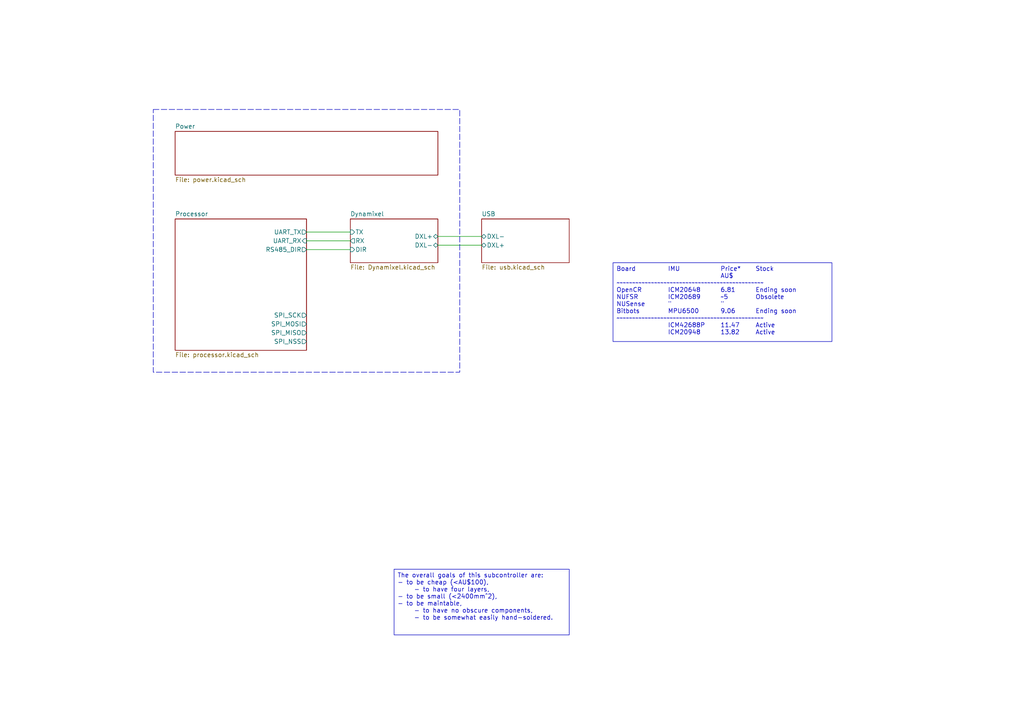
<source format=kicad_sch>
(kicad_sch
	(version 20231120)
	(generator "eeschema")
	(generator_version "8.0")
	(uuid "c7c37bf4-2dcb-42f2-a755-bd6f509fc7b2")
	(paper "A4")
	(lib_symbols)
	(wire
		(pts
			(xy 127 68.58) (xy 139.7 68.58)
		)
		(stroke
			(width 0)
			(type default)
		)
		(uuid "12ac14e2-de76-4123-853b-b7f40c0a2b02")
	)
	(wire
		(pts
			(xy 88.9 72.39) (xy 101.6 72.39)
		)
		(stroke
			(width 0)
			(type default)
		)
		(uuid "5cbf077f-8b00-4b6a-9249-10d653b430e3")
	)
	(wire
		(pts
			(xy 127 71.12) (xy 139.7 71.12)
		)
		(stroke
			(width 0)
			(type default)
		)
		(uuid "938ab45b-835d-479f-a983-f58b96f42219")
	)
	(wire
		(pts
			(xy 88.9 67.31) (xy 101.6 67.31)
		)
		(stroke
			(width 0)
			(type default)
		)
		(uuid "ab240d27-a5ef-42e8-93e7-bc4c3a1229a2")
	)
	(wire
		(pts
			(xy 88.9 69.85) (xy 101.6 69.85)
		)
		(stroke
			(width 0)
			(type default)
		)
		(uuid "d9c48faa-1e0e-4d3f-bb31-23f1c26f250d")
	)
	(rectangle
		(start 44.45 31.75)
		(end 133.35 107.95)
		(stroke
			(width 0)
			(type dash)
		)
		(fill
			(type none)
		)
		(uuid 333b22a6-b9fa-431c-8207-6022cacce5a7)
	)
	(text_box "Board		IMU			Price*	Stock\n						AU$	\n~~~~~~~~~~~~~~~~~~~~~~~~~~~~~~~~~~~~~~~~~~~~~~~\nOpenCR		ICM20648	6.81	Ending soon\nNUFSR		ICM20689	~5		Obsolete\nNUSense		\"			\"\nBitbots		MPU6500		9.06	Ending soon\n~~~~~~~~~~~~~~~~~~~~~~~~~~~~~~~~~~~~~~~~~~~~~~~\n			ICM42688P	11.47	Active\n			ICM20948	13.82	Active"
		(exclude_from_sim no)
		(at 177.8 76.2 0)
		(size 63.5 22.86)
		(stroke
			(width 0)
			(type default)
		)
		(fill
			(type none)
		)
		(effects
			(font
				(size 1.27 1.27)
			)
			(justify left top)
		)
		(uuid "21fb9a15-fa4c-4e73-9221-758f4ecefa94")
	)
	(text_box "The overall goals of this subcontroller are:\n- to be cheap (<AU$100),\n	- to have four layers,\n- to be small (<2400mm^2),\n- to be maintable,\n	- to have no obscure components,\n	- to be somewhat easily hand-soldered.\n"
		(exclude_from_sim no)
		(at 114.3 165.1 0)
		(size 50.8 19.05)
		(stroke
			(width 0)
			(type default)
		)
		(fill
			(type none)
		)
		(effects
			(font
				(size 1.27 1.27)
			)
			(justify left top)
		)
		(uuid "522a4486-5b94-423e-bfd6-7d396fcd5782")
	)
	(sheet
		(at 101.6 63.5)
		(size 25.4 12.7)
		(fields_autoplaced yes)
		(stroke
			(width 0.1524)
			(type solid)
		)
		(fill
			(color 0 0 0 0.0000)
		)
		(uuid "08de25ca-98b7-4675-bd85-d459b8b2b276")
		(property "Sheetname" "Dynamixel"
			(at 101.6 62.7884 0)
			(effects
				(font
					(size 1.27 1.27)
				)
				(justify left bottom)
			)
		)
		(property "Sheetfile" "Dynamixel.kicad_sch"
			(at 101.6 76.7846 0)
			(effects
				(font
					(size 1.27 1.27)
				)
				(justify left top)
			)
		)
		(pin "DIR" input
			(at 101.6 72.39 180)
			(effects
				(font
					(size 1.27 1.27)
				)
				(justify left)
			)
			(uuid "3f7d8e30-7600-4ec8-8297-94f0f326faae")
		)
		(pin "RX" output
			(at 101.6 69.85 180)
			(effects
				(font
					(size 1.27 1.27)
				)
				(justify left)
			)
			(uuid "e9e4c96c-0e8d-40f8-817e-c6d91f72a2fd")
		)
		(pin "TX" input
			(at 101.6 67.31 180)
			(effects
				(font
					(size 1.27 1.27)
				)
				(justify left)
			)
			(uuid "e2b5b78b-fe52-4a3e-99f8-0dc718d72217")
		)
		(pin "DXL+" tri_state
			(at 127 68.58 0)
			(effects
				(font
					(size 1.27 1.27)
				)
				(justify right)
			)
			(uuid "9acd9a11-eda4-466f-a412-279a20442778")
		)
		(pin "DXL-" tri_state
			(at 127 71.12 0)
			(effects
				(font
					(size 1.27 1.27)
				)
				(justify right)
			)
			(uuid "fcc950a3-4b29-4b2f-afd3-0c1b56fc6ede")
		)
		(instances
			(project "nu740_board"
				(path "/c7c37bf4-2dcb-42f2-a755-bd6f509fc7b2"
					(page "5")
				)
			)
		)
	)
	(sheet
		(at 50.8 63.5)
		(size 38.1 38.1)
		(fields_autoplaced yes)
		(stroke
			(width 0.1524)
			(type solid)
		)
		(fill
			(color 0 0 0 0.0000)
		)
		(uuid "1198c06a-0a00-4599-ad36-0db905047e2f")
		(property "Sheetname" "Processor"
			(at 50.8 62.7884 0)
			(effects
				(font
					(size 1.27 1.27)
				)
				(justify left bottom)
			)
		)
		(property "Sheetfile" "processor.kicad_sch"
			(at 50.8 102.1846 0)
			(effects
				(font
					(size 1.27 1.27)
				)
				(justify left top)
			)
		)
		(pin "SPI_SCK" output
			(at 88.9 91.44 0)
			(effects
				(font
					(size 1.27 1.27)
				)
				(justify right)
			)
			(uuid "47007365-7f7b-46e2-8eee-ec9d9307d875")
		)
		(pin "SPI_MOSI" output
			(at 88.9 93.98 0)
			(effects
				(font
					(size 1.27 1.27)
				)
				(justify right)
			)
			(uuid "3f4e44dc-e441-4426-a1e8-53a81d83a062")
		)
		(pin "SPI_MISO" output
			(at 88.9 96.52 0)
			(effects
				(font
					(size 1.27 1.27)
				)
				(justify right)
			)
			(uuid "ed2476e8-8b0d-40c3-b224-7295809f691e")
		)
		(pin "UART_TX" output
			(at 88.9 67.31 0)
			(effects
				(font
					(size 1.27 1.27)
				)
				(justify right)
			)
			(uuid "dbcc22a3-bcb3-4789-a5ef-1f94a56a626d")
		)
		(pin "UART_RX" input
			(at 88.9 69.85 0)
			(effects
				(font
					(size 1.27 1.27)
				)
				(justify right)
			)
			(uuid "de085e91-aafa-4df3-8228-4ebee51d1b05")
		)
		(pin "SPI_NSS" output
			(at 88.9 99.06 0)
			(effects
				(font
					(size 1.27 1.27)
				)
				(justify right)
			)
			(uuid "d7e86e93-56bb-470e-8c5f-ea0e2dc93099")
		)
		(pin "RS485_DIR" output
			(at 88.9 72.39 0)
			(effects
				(font
					(size 1.27 1.27)
				)
				(justify right)
			)
			(uuid "791d6d17-5b4d-4fe3-aff3-f9f347135181")
		)
		(instances
			(project "nu740_board"
				(path "/c7c37bf4-2dcb-42f2-a755-bd6f509fc7b2"
					(page "3")
				)
			)
		)
	)
	(sheet
		(at 139.7 63.5)
		(size 25.4 12.7)
		(fields_autoplaced yes)
		(stroke
			(width 0.1524)
			(type solid)
		)
		(fill
			(color 0 0 0 0.0000)
		)
		(uuid "40fcb7e1-b692-47a8-b6b3-8b2ebde8221f")
		(property "Sheetname" "USB"
			(at 139.7 62.7884 0)
			(effects
				(font
					(size 1.27 1.27)
				)
				(justify left bottom)
			)
		)
		(property "Sheetfile" "usb.kicad_sch"
			(at 139.7 76.7846 0)
			(effects
				(font
					(size 1.27 1.27)
				)
				(justify left top)
			)
		)
		(pin "DXL-" tri_state
			(at 139.7 68.58 180)
			(effects
				(font
					(size 1.27 1.27)
				)
				(justify left)
			)
			(uuid "888c5ab3-f649-4a4c-a1d1-aec897a924cb")
		)
		(pin "DXL+" tri_state
			(at 139.7 71.12 180)
			(effects
				(font
					(size 1.27 1.27)
				)
				(justify left)
			)
			(uuid "85c0b32b-c21a-4ee7-a00b-504443b9d8d7")
		)
		(instances
			(project "nu740_board"
				(path "/c7c37bf4-2dcb-42f2-a755-bd6f509fc7b2"
					(page "4")
				)
			)
		)
	)
	(sheet
		(at 50.8 38.1)
		(size 76.2 12.7)
		(fields_autoplaced yes)
		(stroke
			(width 0.1524)
			(type solid)
		)
		(fill
			(color 0 0 0 0.0000)
		)
		(uuid "eb5a3b00-497c-4ead-8ac1-42cf3a921592")
		(property "Sheetname" "Power"
			(at 50.8 37.3884 0)
			(effects
				(font
					(size 1.27 1.27)
				)
				(justify left bottom)
			)
		)
		(property "Sheetfile" "power.kicad_sch"
			(at 50.8 51.3846 0)
			(effects
				(font
					(size 1.27 1.27)
				)
				(justify left top)
			)
		)
		(instances
			(project "nu740_board"
				(path "/c7c37bf4-2dcb-42f2-a755-bd6f509fc7b2"
					(page "2")
				)
			)
		)
	)
	(sheet_instances
		(path "/"
			(page "1")
		)
	)
)

</source>
